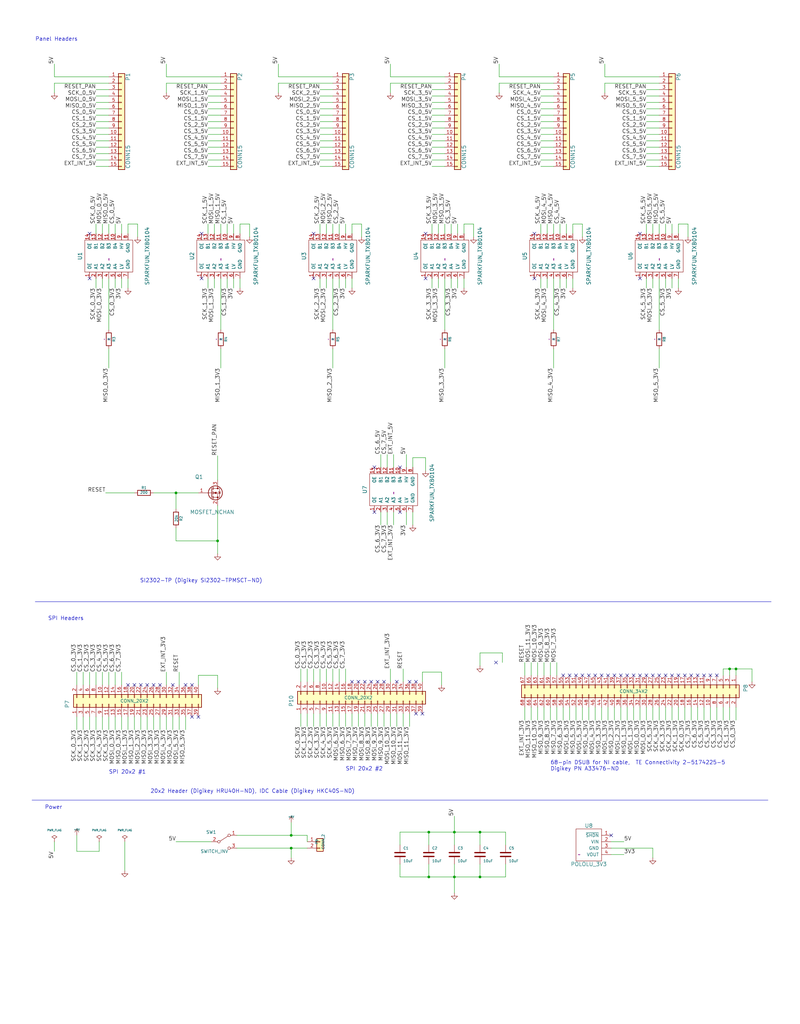
<source format=kicad_sch>
(kicad_sch (version 20230121) (generator eeschema)
  (paper "User" 317.5 406.4)
  (title_block (title "G4 Debug Arena Flat ATMega328") (date "06/11/2015") (rev "v0.3") (company "IORodeo"))
  (junction (at 170.18 330.2))
  (junction (at 86.36 214.63))
  (junction (at 115.57 331.47))
  (junction (at 289.56 265.43))
  (junction (at 115.57 336.55))
  (junction (at 170.18 347.98))
  (junction (at 292.1 265.43))
  (junction (at 190.5 330.2))
  (junction (at 190.5 347.98))
  (junction (at 180.34 347.98))
  (junction (at 180.34 330.2))
  (junction (at 69.85 195.58))
  (no_connect (at 73.66 271.78))
  (no_connect (at 76.2 284.48))
  (no_connect (at 80.01 110.49))
  (no_connect (at 246.38 267.97))
  (no_connect (at 157.48 270.51))
  (no_connect (at 35.56 110.49))
  (no_connect (at 212.09 110.49))
  (no_connect (at 274.32 267.97))
  (no_connect (at 196.85 262.89))
  (no_connect (at 149.86 270.51))
  (no_connect (at 168.91 110.49))
  (no_connect (at 228.6 267.97))
  (no_connect (at 254 110.49))
  (no_connect (at 242.57 331.47))
  (no_connect (at 261.62 267.97))
  (no_connect (at 162.56 270.51))
  (no_connect (at 139.7 270.51))
  (no_connect (at 158.75 203.2))
  (no_connect (at 168.91 92.71))
  (no_connect (at 279.4 267.97))
  (no_connect (at 233.68 267.97))
  (no_connect (at 223.52 267.97))
  (no_connect (at 63.5 271.78))
  (no_connect (at 281.94 267.97))
  (no_connect (at 80.01 92.71))
  (no_connect (at 58.42 271.78))
  (no_connect (at 167.64 283.21))
  (no_connect (at 254 92.71))
  (no_connect (at 148.59 203.2))
  (no_connect (at 78.74 284.48))
  (no_connect (at 238.76 267.97))
  (no_connect (at 236.22 267.97))
  (no_connect (at 50.8 271.78))
  (no_connect (at 148.59 185.42))
  (no_connect (at 124.46 110.49))
  (no_connect (at 251.46 267.97))
  (no_connect (at 55.88 271.78))
  (no_connect (at 264.16 267.97))
  (no_connect (at 243.84 267.97))
  (no_connect (at 271.78 267.97))
  (no_connect (at 53.34 271.78))
  (no_connect (at 269.24 267.97))
  (no_connect (at 147.32 270.51))
  (no_connect (at 276.86 267.97))
  (no_connect (at 35.56 92.71))
  (no_connect (at 241.3 267.97))
  (no_connect (at 76.2 271.78))
  (no_connect (at 284.48 267.97))
  (no_connect (at 68.58 271.78))
  (no_connect (at 144.78 270.51))
  (no_connect (at 124.46 92.71))
  (no_connect (at 165.1 283.21))
  (no_connect (at 152.4 270.51))
  (no_connect (at 248.92 267.97))
  (no_connect (at 254 267.97))
  (no_connect (at 60.96 271.78))
  (no_connect (at 256.54 267.97))
  (no_connect (at 212.09 92.71))
  (no_connect (at 226.06 267.97))
  (no_connect (at 266.7 267.97))
  (no_connect (at 142.24 270.51))
  (no_connect (at 231.14 267.97))
  (no_connect (at 165.1 270.51))
  (no_connect (at 259.08 267.97))
  (no_connect (at 158.75 185.42))
  (wire (pts (xy 66.04 30.48) (xy 87.63 30.48)))
  (wire (pts (xy 222.25 92.71) (xy 222.25 88.9)))
  (wire (pts (xy 49.53 334.01) (xy 49.53 345.44)))
  (wire (pts (xy 38.1 92.71) (xy 38.1 88.9)))
  (wire (pts (xy 273.05 88.9) (xy 273.05 93.98)))
  (wire (pts (xy 43.18 53.34) (xy 38.1 53.34)))
  (wire (pts (xy 40.64 284.48) (xy 40.64 289.56)))
  (wire (pts (xy 127 283.21) (xy 127 288.29)))
  (wire (pts (xy 86.36 267.97) (xy 86.36 273.05)))
  (wire (pts (xy 66.04 271.78) (xy 66.04 266.7)))
  (wire (pts (xy 170.18 347.98) (xy 180.34 347.98)))
  (wire (pts (xy 134.62 270.51) (xy 134.62 265.43)))
  (wire (pts (xy 43.18 63.5) (xy 38.1 63.5)))
  (wire (pts (xy 176.53 55.88) (xy 171.45 55.88)))
  (wire (pts (xy 38.1 271.78) (xy 38.1 266.7)))
  (wire (pts (xy 132.08 48.26) (xy 127 48.26)))
  (wire (pts (xy 231.14 280.67) (xy 231.14 285.75)))
  (wire (pts (xy 219.71 40.64) (xy 214.63 40.64)))
  (wire (pts (xy 121.92 270.51) (xy 121.92 265.43)))
  (wire (pts (xy 43.18 40.64) (xy 38.1 40.64)))
  (wire (pts (xy 227.33 110.49) (xy 227.33 114.3)))
  (wire (pts (xy 271.78 280.67) (xy 271.78 285.75)))
  (wire (pts (xy 266.7 110.49) (xy 266.7 114.3)))
  (wire (pts (xy 87.63 110.49) (xy 87.63 130.81)))
  (wire (pts (xy 121.92 283.21) (xy 121.92 288.29)))
  (wire (pts (xy 156.21 185.42) (xy 156.21 180.34)))
  (wire (pts (xy 127 270.51) (xy 127 265.43)))
  (wire (pts (xy 219.71 110.49) (xy 219.71 130.81)))
  (wire (pts (xy 142.24 283.21) (xy 142.24 288.29)))
  (wire (pts (xy 292.1 280.67) (xy 292.1 285.75)))
  (wire (pts (xy 69.85 195.58) (xy 69.85 201.93)))
  (wire (pts (xy 71.12 271.78) (xy 71.12 266.7)))
  (wire (pts (xy 220.98 267.97) (xy 220.98 262.89)))
  (wire (pts (xy 190.5 330.2) (xy 190.5 335.28)))
  (wire (pts (xy 30.48 284.48) (xy 30.48 289.56)))
  (wire (pts (xy 132.08 50.8) (xy 127 50.8)))
  (wire (pts (xy 129.54 110.49) (xy 129.54 114.3)))
  (wire (pts (xy 139.7 88.9) (xy 143.51 88.9)))
  (wire (pts (xy 43.18 43.18) (xy 38.1 43.18)))
  (wire (pts (xy 95.25 110.49) (xy 95.25 114.3)))
  (wire (pts (xy 176.53 45.72) (xy 171.45 45.72)))
  (wire (pts (xy 176.53 92.71) (xy 176.53 88.9)))
  (wire (pts (xy 86.36 190.5) (xy 86.36 180.848)))
  (wire (pts (xy 55.88 284.48) (xy 55.88 289.56)))
  (wire (pts (xy 269.24 88.9) (xy 269.24 92.71)))
  (wire (pts (xy 219.71 58.42) (xy 214.63 58.42)))
  (wire (pts (xy 33.02 271.78) (xy 33.02 266.7)))
  (wire (pts (xy 153.67 185.42) (xy 153.67 180.34)))
  (wire (pts (xy 208.28 280.67) (xy 208.28 285.75)))
  (wire (pts (xy 176.53 58.42) (xy 171.45 58.42)))
  (wire (pts (xy 199.39 259.08) (xy 199.39 262.89)))
  (wire (pts (xy 210.82 280.67) (xy 210.82 285.75)))
  (wire (pts (xy 154.94 25.4) (xy 154.94 30.48)))
  (wire (pts (xy 151.13 203.2) (xy 151.13 208.28)))
  (wire (pts (xy 87.63 63.5) (xy 82.55 63.5)))
  (wire (pts (xy 85.09 92.71) (xy 85.09 88.9)))
  (wire (pts (xy 158.75 342.9) (xy 158.75 347.98)))
  (wire (pts (xy 176.53 40.64) (xy 171.45 40.64)))
  (wire (pts (xy 115.57 331.47) (xy 121.92 331.47)))
  (wire (pts (xy 217.17 92.71) (xy 217.17 88.9)))
  (wire (pts (xy 261.62 43.18) (xy 256.54 43.18)))
  (wire (pts (xy 261.62 45.72) (xy 256.54 45.72)))
  (wire (pts (xy 119.38 270.51) (xy 119.38 265.43)))
  (wire (pts (xy 134.62 110.49) (xy 134.62 114.3)))
  (wire (pts (xy 176.53 63.5) (xy 171.45 63.5)))
  (wire (pts (xy 259.08 92.71) (xy 259.08 88.9)))
  (wire (pts (xy 132.08 58.42) (xy 127 58.42)))
  (wire (pts (xy 219.71 60.96) (xy 214.63 60.96)))
  (wire (pts (xy 87.63 92.71) (xy 87.63 88.9)))
  (wire (pts (xy 132.08 283.21) (xy 132.08 288.29)))
  (wire (pts (xy 168.91 181.61) (xy 168.91 186.69)))
  (wire (pts (xy 132.08 60.96) (xy 127 60.96)))
  (wire (pts (xy 161.29 203.2) (xy 161.29 208.28)))
  (wire (pts (xy 287.02 267.97) (xy 287.02 265.43)))
  (wire (pts (xy 73.66 284.48) (xy 73.66 289.56)))
  (wire (pts (xy 78.74 267.97) (xy 86.36 267.97)))
  (wire (pts (xy 45.72 110.49) (xy 45.72 114.3)))
  (wire (pts (xy 139.7 88.9) (xy 139.7 92.71)))
  (wire (pts (xy 43.18 38.1) (xy 38.1 38.1)))
  (wire (pts (xy 171.45 92.71) (xy 171.45 88.9)))
  (wire (pts (xy 176.53 50.8) (xy 171.45 50.8)))
  (wire (pts (xy 227.33 88.9) (xy 231.14 88.9)))
  (wire (pts (xy 219.71 92.71) (xy 219.71 88.9)))
  (wire (pts (xy 43.18 48.26) (xy 38.1 48.26)))
  (wire (pts (xy 227.33 88.9) (xy 227.33 92.71)))
  (wire (pts (xy 35.56 284.48) (xy 35.56 289.56)))
  (wire (pts (xy 129.54 270.51) (xy 129.54 265.43)))
  (wire (pts (xy 226.06 280.67) (xy 226.06 285.75)))
  (wire (pts (xy 219.71 50.8) (xy 214.63 50.8)))
  (wire (pts (xy 158.75 330.2) (xy 170.18 330.2)))
  (wire (pts (xy 134.62 92.71) (xy 134.62 88.9)))
  (wire (pts (xy 184.15 110.49) (xy 184.15 114.3)))
  (wire (pts (xy 243.84 280.67) (xy 243.84 285.75)))
  (wire (pts (xy 236.22 280.67) (xy 236.22 285.75)))
  (wire (pts (xy 233.68 280.67) (xy 233.68 285.75)))
  (wire (pts (xy 219.71 53.34) (xy 214.63 53.34)))
  (wire (pts (xy 45.72 92.71) (xy 45.72 88.9)))
  (wire (pts (xy 241.3 280.67) (xy 241.3 285.75)))
  (wire (pts (xy 132.08 63.5) (xy 127 63.5)))
  (wire (pts (xy 219.71 38.1) (xy 214.63 38.1)))
  (wire (pts (xy 261.62 138.43) (xy 261.62 146.05)))
  (wire (pts (xy 156.21 203.2) (xy 156.21 208.28)))
  (wire (pts (xy 66.04 33.02) (xy 66.04 36.83)))
  (wire (pts (xy 151.13 185.42) (xy 151.13 180.34)))
  (wire (pts (xy 251.46 280.67) (xy 251.46 285.75)))
  (wire (pts (xy 292.1 265.43) (xy 292.1 267.97)))
  (wire (pts (xy 266.7 280.67) (xy 266.7 285.75)))
  (wire (pts (xy 92.71 110.49) (xy 92.71 114.3)))
  (wire (pts (xy 198.12 30.48) (xy 219.71 30.48)))
  (wire (pts (xy 132.08 110.49) (xy 132.08 130.81)))
  (wire (pts (xy 86.36 214.63) (xy 86.36 219.71)))
  (wire (pts (xy 132.08 45.72) (xy 127 45.72)))
  (wire (pts (xy 132.08 38.1) (xy 127 38.1)))
  (wire (pts (xy 224.79 110.49) (xy 224.79 114.3)))
  (wire (pts (xy 261.62 38.1) (xy 256.54 38.1)))
  (wire (pts (xy 176.53 60.96) (xy 171.45 60.96)))
  (wire (pts (xy 43.18 110.49) (xy 43.18 130.81)))
  (wire (pts (xy 38.1 110.49) (xy 38.1 114.3)))
  (wire (pts (xy 240.03 33.02) (xy 261.62 33.02)))
  (wire (pts (xy 115.57 331.47) (xy 115.57 326.39)))
  (wire (pts (xy 45.72 271.78) (xy 45.72 266.7)))
  (wire (pts (xy 261.62 48.26) (xy 256.54 48.26)))
  (wire (pts (xy 154.94 33.02) (xy 176.53 33.02)))
  (wire (pts (xy 137.16 110.49) (xy 137.16 114.3)))
  (wire (pts (xy 176.53 66.04) (xy 171.45 66.04)))
  (wire (pts (xy 256.54 92.71) (xy 256.54 88.9)))
  (wire (pts (xy 38.1 284.48) (xy 38.1 289.56)))
  (wire (pts (xy 132.08 55.88) (xy 127 55.88)))
  (wire (pts (xy 95.25 88.9) (xy 99.06 88.9)))
  (wire (pts (xy 110.49 33.02) (xy 110.49 36.83)))
  (wire (pts (xy 43.18 60.96) (xy 38.1 60.96)))
  (wire (pts (xy 261.62 53.34) (xy 256.54 53.34)))
  (wire (pts (xy 85.09 110.49) (xy 85.09 114.3)))
  (wire (pts (xy 200.66 347.98) (xy 200.66 342.9)))
  (wire (pts (xy 63.5 284.48) (xy 63.5 289.56)))
  (wire (pts (xy 40.64 271.78) (xy 40.64 266.7)))
  (wire (pts (xy 115.57 336.55) (xy 121.92 336.55)))
  (wire (pts (xy 274.32 280.67) (xy 274.32 285.75)))
  (wire (pts (xy 139.7 283.21) (xy 139.7 288.29)))
  (wire (pts (xy 222.25 110.49) (xy 222.25 114.3)))
  (wire (pts (xy 259.08 336.55) (xy 259.08 340.36)))
  (wire (pts (xy 187.96 88.9) (xy 187.96 93.98)))
  (wire (pts (xy 53.34 284.48) (xy 53.34 289.56)))
  (wire (pts (xy 66.04 25.4) (xy 66.04 30.48)))
  (wire (pts (xy 175.26 266.7) (xy 175.26 271.78)))
  (wire (pts (xy 68.58 284.48) (xy 68.58 289.56)))
  (wire (pts (xy 284.48 280.67) (xy 284.48 285.75)))
  (wire (pts (xy 33.02 284.48) (xy 33.02 289.56)))
  (wire (pts (xy 35.56 271.78) (xy 35.56 266.7)))
  (wire (pts (xy 154.94 283.21) (xy 154.94 288.29)))
  (wire (pts (xy 115.57 336.55) (xy 115.57 340.36)))
  (wire (pts (xy 21.59 30.48) (xy 43.18 30.48)))
  (wire (pts (xy 180.34 323.85) (xy 180.34 330.2)))
  (polyline (pts (xy 12.7 317.5) (xy 304.8 317.5)))
  (wire (pts (xy 132.08 43.18) (xy 127 43.18)))
  (wire (pts (xy 179.07 110.49) (xy 179.07 114.3)))
  (wire (pts (xy 69.85 334.01) (xy 83.82 334.01)))
  (wire (pts (xy 190.5 347.98) (xy 200.66 347.98)))
  (wire (pts (xy 139.7 110.49) (xy 139.7 114.3)))
  (wire (pts (xy 87.63 35.56) (xy 82.55 35.56)))
  (wire (pts (xy 87.63 43.18) (xy 82.55 43.18)))
  (wire (pts (xy 242.57 336.55) (xy 259.08 336.55)))
  (wire (pts (xy 147.32 283.21) (xy 147.32 288.29)))
  (wire (pts (xy 176.53 35.56) (xy 171.45 35.56)))
  (wire (pts (xy 213.36 267.97) (xy 213.36 262.89)))
  (wire (pts (xy 48.26 284.48) (xy 48.26 289.56)))
  (wire (pts (xy 219.71 48.26) (xy 214.63 48.26)))
  (wire (pts (xy 50.8 88.9) (xy 50.8 92.71)))
  (wire (pts (xy 127 110.49) (xy 127 114.3)))
  (wire (pts (xy 134.62 283.21) (xy 134.62 288.29)))
  (wire (pts (xy 157.48 283.21) (xy 157.48 288.29)))
  (wire (pts (xy 161.29 185.42) (xy 161.29 180.34)))
  (wire (pts (xy 69.85 214.63) (xy 86.36 214.63)))
  (polyline (pts (xy 13.97 238.76) (xy 306.07 238.76)))
  (wire (pts (xy 87.63 55.88) (xy 82.55 55.88)))
  (wire (pts (xy 198.12 33.02) (xy 219.71 33.02)))
  (wire (pts (xy 21.59 33.02) (xy 21.59 36.83)))
  (wire (pts (xy 254 280.67) (xy 254 285.75)))
  (wire (pts (xy 264.16 280.67) (xy 264.16 285.75)))
  (wire (pts (xy 43.18 92.71) (xy 43.18 88.9)))
  (wire (pts (xy 110.49 30.48) (xy 132.08 30.48)))
  (wire (pts (xy 261.62 55.88) (xy 256.54 55.88)))
  (wire (pts (xy 184.15 88.9) (xy 187.96 88.9)))
  (wire (pts (xy 180.34 347.98) (xy 190.5 347.98)))
  (wire (pts (xy 129.54 283.21) (xy 129.54 288.29)))
  (wire (pts (xy 153.67 203.2) (xy 153.67 208.28)))
  (wire (pts (xy 224.79 92.71) (xy 224.79 88.9)))
  (wire (pts (xy 167.64 270.51) (xy 167.64 266.7)))
  (wire (pts (xy 58.42 284.48) (xy 58.42 289.56)))
  (wire (pts (xy 180.34 330.2) (xy 190.5 330.2)))
  (wire (pts (xy 50.8 88.9) (xy 54.61 88.9)))
  (wire (pts (xy 82.55 110.49) (xy 82.55 114.3)))
  (wire (pts (xy 87.63 53.34) (xy 82.55 53.34)))
  (wire (pts (xy 261.62 66.04) (xy 256.54 66.04)))
  (wire (pts (xy 43.18 35.56) (xy 38.1 35.56)))
  (wire (pts (xy 179.07 92.71) (xy 179.07 88.9)))
  (wire (pts (xy 176.53 110.49) (xy 176.53 130.81)))
  (wire (pts (xy 50.8 110.49) (xy 50.8 114.3)))
  (wire (pts (xy 69.85 195.58) (xy 78.74 195.58)))
  (wire (pts (xy 87.63 48.26) (xy 82.55 48.26)))
  (wire (pts (xy 87.63 58.42) (xy 82.55 58.42)))
  (wire (pts (xy 248.92 280.67) (xy 248.92 285.75)))
  (wire (pts (xy 132.08 35.56) (xy 127 35.56)))
  (wire (pts (xy 180.34 342.9) (xy 180.34 347.98)))
  (wire (pts (xy 231.14 88.9) (xy 231.14 93.98)))
  (wire (pts (xy 43.18 66.04) (xy 38.1 66.04)))
  (wire (pts (xy 124.46 270.51) (xy 124.46 265.43)))
  (wire (pts (xy 119.38 283.21) (xy 119.38 288.29)))
  (wire (pts (xy 259.08 110.49) (xy 259.08 114.3)))
  (wire (pts (xy 213.36 280.67) (xy 213.36 285.75)))
  (wire (pts (xy 30.48 271.78) (xy 30.48 266.7)))
  (wire (pts (xy 214.63 110.49) (xy 214.63 114.3)))
  (wire (pts (xy 137.16 270.51) (xy 137.16 265.43)))
  (wire (pts (xy 180.34 347.98) (xy 180.34 354.33)))
  (wire (pts (xy 144.78 283.21) (xy 144.78 288.29)))
  (wire (pts (xy 246.38 280.67) (xy 246.38 285.75)))
  (wire (pts (xy 40.64 92.71) (xy 40.64 88.9)))
  (wire (pts (xy 43.18 271.78) (xy 43.18 266.7)))
  (wire (pts (xy 93.98 331.47) (xy 115.57 331.47)))
  (wire (pts (xy 214.63 92.71) (xy 214.63 88.9)))
  (wire (pts (xy 242.57 339.09) (xy 247.65 339.09)))
  (wire (pts (xy 220.98 280.67) (xy 220.98 285.75)))
  (wire (pts (xy 215.9 280.67) (xy 215.9 285.75)))
  (wire (pts (xy 78.74 271.78) (xy 78.74 267.97)))
  (wire (pts (xy 143.51 88.9) (xy 143.51 93.98)))
  (wire (pts (xy 110.49 33.02) (xy 132.08 33.02)))
  (wire (pts (xy 132.08 66.04) (xy 127 66.04)))
  (wire (pts (xy 87.63 60.96) (xy 82.55 60.96)))
  (wire (pts (xy 132.08 138.43) (xy 132.08 146.05)))
  (wire (pts (xy 190.5 259.08) (xy 199.39 259.08)))
  (wire (pts (xy 54.61 88.9) (xy 54.61 93.98)))
  (wire (pts (xy 219.71 55.88) (xy 214.63 55.88)))
  (wire (pts (xy 110.49 25.4) (xy 110.49 30.48)))
  (wire (pts (xy 264.16 92.71) (xy 264.16 88.9)))
  (wire (pts (xy 176.53 53.34) (xy 171.45 53.34)))
  (wire (pts (xy 87.63 45.72) (xy 82.55 45.72)))
  (wire (pts (xy 158.75 335.28) (xy 158.75 330.2)))
  (wire (pts (xy 289.56 265.43) (xy 289.56 267.97)))
  (wire (pts (xy 43.18 138.43) (xy 43.18 146.05)))
  (wire (pts (xy 259.08 280.67) (xy 259.08 285.75)))
  (wire (pts (xy 176.53 43.18) (xy 171.45 43.18)))
  (wire (pts (xy 198.12 33.02) (xy 198.12 36.83)))
  (wire (pts (xy 181.61 92.71) (xy 181.61 88.9)))
  (wire (pts (xy 43.18 45.72) (xy 38.1 45.72)))
  (wire (pts (xy 90.17 92.71) (xy 90.17 88.9)))
  (wire (pts (xy 264.16 110.49) (xy 264.16 114.3)))
  (wire (pts (xy 261.62 40.64) (xy 256.54 40.64)))
  (wire (pts (xy 190.5 330.2) (xy 200.66 330.2)))
  (wire (pts (xy 208.28 267.97) (xy 208.28 262.89)))
  (wire (pts (xy 86.36 200.66) (xy 86.36 214.63)))
  (wire (pts (xy 60.96 195.58) (xy 69.85 195.58)))
  (wire (pts (xy 48.26 92.71) (xy 48.26 88.9)))
  (wire (pts (xy 219.71 35.56) (xy 214.63 35.56)))
  (wire (pts (xy 39.37 337.82) (xy 30.48 337.82)))
  (wire (pts (xy 154.94 33.02) (xy 154.94 36.83)))
  (wire (pts (xy 43.18 55.88) (xy 38.1 55.88)))
  (wire (pts (xy 163.83 185.42) (xy 163.83 181.61)))
  (wire (pts (xy 154.94 270.51) (xy 154.94 265.43)))
  (wire (pts (xy 160.02 270.51) (xy 160.02 265.43)))
  (wire (pts (xy 184.15 88.9) (xy 184.15 92.71)))
  (wire (pts (xy 261.62 60.96) (xy 256.54 60.96)))
  (wire (pts (xy 132.08 270.51) (xy 132.08 265.43)))
  (wire (pts (xy 87.63 50.8) (xy 82.55 50.8)))
  (wire (pts (xy 240.03 25.4) (xy 240.03 30.48)))
  (wire (pts (xy 176.53 38.1) (xy 171.45 38.1)))
  (wire (pts (xy 154.94 30.48) (xy 176.53 30.48)))
  (wire (pts (xy 219.71 45.72) (xy 214.63 45.72)))
  (wire (pts (xy 261.62 110.49) (xy 261.62 130.81)))
  (wire (pts (xy 292.1 265.43) (xy 298.45 265.43)))
  (wire (pts (xy 170.18 330.2) (xy 180.34 330.2)))
  (wire (pts (xy 219.71 66.04) (xy 214.63 66.04)))
  (wire (pts (xy 39.37 334.01) (xy 39.37 337.82)))
  (wire (pts (xy 43.18 50.8) (xy 38.1 50.8)))
  (wire (pts (xy 173.99 92.71) (xy 173.99 88.9)))
  (wire (pts (xy 289.56 280.67) (xy 289.56 285.75)))
  (wire (pts (xy 269.24 280.67) (xy 269.24 285.75)))
  (wire (pts (xy 219.71 43.18) (xy 214.63 43.18)))
  (wire (pts (xy 269.24 110.49) (xy 269.24 114.3)))
  (wire (pts (xy 132.08 92.71) (xy 132.08 88.9)))
  (wire (pts (xy 163.83 203.2) (xy 163.83 208.28)))
  (wire (pts (xy 217.17 110.49) (xy 217.17 114.3)))
  (wire (pts (xy 149.86 283.21) (xy 149.86 288.29)))
  (wire (pts (xy 92.71 92.71) (xy 92.71 88.9)))
  (wire (pts (xy 215.9 267.97) (xy 215.9 262.89)))
  (wire (pts (xy 132.08 53.34) (xy 127 53.34)))
  (wire (pts (xy 124.46 283.21) (xy 124.46 288.29)))
  (wire (pts (xy 240.03 33.02) (xy 240.03 36.83)))
  (wire (pts (xy 218.44 280.67) (xy 218.44 285.75)))
  (wire (pts (xy 40.64 110.49) (xy 40.64 114.3)))
  (wire (pts (xy 180.34 330.2) (xy 180.34 335.28)))
  (wire (pts (xy 198.12 25.4) (xy 198.12 30.48)))
  (wire (pts (xy 121.92 331.47) (xy 121.92 334.01)))
  (wire (pts (xy 256.54 110.49) (xy 256.54 114.3)))
  (wire (pts (xy 190.5 259.08) (xy 190.5 264.16)))
  (wire (pts (xy 261.62 280.67) (xy 261.62 285.75)))
  (wire (pts (xy 266.7 92.71) (xy 266.7 88.9)))
  (wire (pts (xy 60.96 284.48) (xy 60.96 289.56)))
  (wire (pts (xy 50.8 284.48) (xy 50.8 289.56)))
  (wire (pts (xy 287.02 265.43) (xy 289.56 265.43)))
  (wire (pts (xy 132.08 40.64) (xy 127 40.64)))
  (wire (pts (xy 279.4 280.67) (xy 279.4 285.75)))
  (wire (pts (xy 87.63 138.43) (xy 87.63 146.05)))
  (wire (pts (xy 163.83 181.61) (xy 168.91 181.61)))
  (wire (pts (xy 87.63 38.1) (xy 82.55 38.1)))
  (wire (pts (xy 242.57 334.01) (xy 247.65 334.01)))
  (wire (pts (xy 261.62 63.5) (xy 256.54 63.5)))
  (wire (pts (xy 48.26 110.49) (xy 48.26 114.3)))
  (wire (pts (xy 181.61 110.49) (xy 181.61 114.3)))
  (wire (pts (xy 238.76 280.67) (xy 238.76 285.75)))
  (wire (pts (xy 71.12 284.48) (xy 71.12 289.56)))
  (wire (pts (xy 298.45 265.43) (xy 298.45 270.51)))
  (wire (pts (xy 82.55 92.71) (xy 82.55 88.9)))
  (wire (pts (xy 176.53 48.26) (xy 171.45 48.26)))
  (wire (pts (xy 66.04 33.02) (xy 87.63 33.02)))
  (wire (pts (xy 21.59 25.4) (xy 21.59 30.48)))
  (wire (pts (xy 223.52 280.67) (xy 223.52 285.75)))
  (wire (pts (xy 127 92.71) (xy 127 88.9)))
  (wire (pts (xy 21.59 33.02) (xy 43.18 33.02)))
  (wire (pts (xy 162.56 283.21) (xy 162.56 288.29)))
  (wire (pts (xy 170.18 330.2) (xy 170.18 335.28)))
  (wire (pts (xy 281.94 280.67) (xy 281.94 285.75)))
  (wire (pts (xy 240.03 30.48) (xy 261.62 30.48)))
  (wire (pts (xy 87.63 66.04) (xy 82.55 66.04)))
  (wire (pts (xy 45.72 284.48) (xy 45.72 289.56)))
  (wire (pts (xy 87.63 40.64) (xy 82.55 40.64)))
  (wire (pts (xy 90.17 110.49) (xy 90.17 114.3)))
  (wire (pts (xy 276.86 280.67) (xy 276.86 285.75)))
  (wire (pts (xy 261.62 35.56) (xy 256.54 35.56)))
  (wire (pts (xy 256.54 280.67) (xy 256.54 285.75)))
  (wire (pts (xy 200.66 330.2) (xy 200.66 335.28)))
  (wire (pts (xy 210.82 267.97) (xy 210.82 262.89)))
  (wire (pts (xy 160.02 283.21) (xy 160.02 288.29)))
  (wire (pts (xy 95.25 88.9) (xy 95.25 92.71)))
  (wire (pts (xy 21.59 334.01) (xy 21.59 337.82)))
  (wire (pts (xy 41.91 195.58) (xy 53.34 195.58)))
  (wire (pts (xy 219.71 138.43) (xy 219.71 146.05)))
  (wire (pts (xy 152.4 283.21) (xy 152.4 288.29)))
  (wire (pts (xy 261.62 50.8) (xy 256.54 50.8)))
  (wire (pts (xy 176.53 138.43) (xy 176.53 146.05)))
  (wire (pts (xy 137.16 283.21) (xy 137.16 288.29)))
  (wire (pts (xy 173.99 110.49) (xy 173.99 114.3)))
  (wire (pts (xy 269.24 88.9) (xy 273.05 88.9)))
  (wire (pts (xy 261.62 92.71) (xy 261.62 88.9)))
  (wire (pts (xy 30.48 337.82) (xy 30.48 331.47)))
  (wire (pts (xy 66.04 284.48) (xy 66.04 289.56)))
  (wire (pts (xy 228.6 280.67) (xy 228.6 285.75)))
  (wire (pts (xy 289.56 265.43) (xy 292.1 265.43)))
  (wire (pts (xy 218.44 267.97) (xy 218.44 262.89)))
  (wire (pts (xy 43.18 58.42) (xy 38.1 58.42)))
  (wire (pts (xy 69.85 209.55) (xy 69.85 214.63)))
  (wire (pts (xy 261.62 58.42) (xy 256.54 58.42)))
  (wire (pts (xy 219.71 63.5) (xy 214.63 63.5)))
  (wire (pts (xy 287.02 280.67) (xy 287.02 285.75)))
  (wire (pts (xy 190.5 347.98) (xy 190.5 342.9)))
  (wire (pts (xy 171.45 110.49) (xy 171.45 114.3)))
  (wire (pts (xy 137.16 92.71) (xy 137.16 88.9)))
  (wire (pts (xy 167.64 266.7) (xy 175.26 266.7)))
  (wire (pts (xy 99.06 88.9) (xy 99.06 93.98)))
  (wire (pts (xy 93.98 336.55) (xy 115.57 336.55)))
  (wire (pts (xy 129.54 92.71) (xy 129.54 88.9)))
  (wire (pts (xy 158.75 347.98) (xy 170.18 347.98)))
  (wire (pts (xy 170.18 347.98) (xy 170.18 342.9)))
  (wire (pts (xy 43.18 284.48) (xy 43.18 289.56)))
  (wire (pts (xy 48.26 271.78) (xy 48.26 266.7)))
  (text "20x2 Header (Digikey HRU40H-ND), IDC Cable (Digikey HKC40S-ND)" (at 59.69 314.96 0) (effects (font (size 1.524 1.524)) (justify left bottom)))
  (text "SPI 20x2 #1" (at 43.18 307.34 0) (effects (font (size 1.524 1.524)) (justify left bottom)))
  (text "SI2302-TP (Digikey SI2302-TPMSCT-ND)" (at 104.14 231.394 0) (effects (font (size 1.524 1.524)) (justify right bottom)))
  (text "Power" (at 17.78 321.31 0) (effects (font (size 1.524 1.524)) (justify left bottom)))
  (text "Panel Headers" (at 13.97 16.51 0) (effects (font (size 1.524 1.524)) (justify left bottom)))
  (text "68-pin DSUB for NI cable,  TE Connectivity 2-5174225-5\nDigikey PN A33476-ND" (at 218.44 306.07 0) (effects (font (size 1.524 1.524)) (justify left bottom)))
  (text "SPI Headers" (at 19.05 246.38 0) (effects (font (size 1.524 1.524)) (justify left bottom)))
  (text "SPI 20x2 #2" (at 137.16 306.07 0) (effects (font (size 1.524 1.524)) (justify left bottom)))
  (label "CS_1_3V3" (at 289.56 285.75 270) (effects (font (size 1.524 1.524))))
  (label "EXT_INT_5V" (at 82.55 66.04 180) (effects (font (size 1.524 1.524))))
  (label "MISO_1_3V3" (at 248.92 285.75 270) (effects (font (size 1.524 1.524))))
  (label "CS_1_5V" (at 214.63 48.26 180) (effects (font (size 1.524 1.524))))
  (label "CS_3_5V" (at 171.45 53.34 180) (effects (font (size 1.524 1.524))))
  (label "SCK_2_3V3" (at 127 114.3 270) (effects (font (size 1.524 1.524))))
  (label "MOSI_9_3V3" (at 215.9 262.89 90) (effects (font (size 1.524 1.524))))
  (label "CS_4_3V3" (at 281.94 285.75 270) (effects (font (size 1.524 1.524))))
  (label "MOSI_0_3V3" (at 256.54 285.75 270) (effects (font (size 1.524 1.524))))
  (label "CS_5_5V" (at 171.45 58.42 180) (effects (font (size 1.524 1.524))))
  (label "MISO_11_3V3" (at 162.56 288.29 270) (effects (font (size 1.524 1.524))))
  (label "CS_2_5V" (at 38.1 50.8 180) (effects (font (size 1.524 1.524))))
  (label "MISO_9_3V3" (at 152.4 288.29 270) (effects (font (size 1.524 1.524))))
  (label "SCK_0_5V" (at 38.1 88.9 90) (effects (font (size 1.524 1.524))))
  (label "MOSI_11_3V3" (at 160.02 288.29 270) (effects (font (size 1.524 1.524))))
  (label "MISO_4_5V" (at 219.71 88.9 90) (effects (font (size 1.524 1.524))))
  (label "CS_0_3V3" (at 30.48 266.7 90) (effects (font (size 1.524 1.524))))
  (label "CS_1_5V" (at 256.54 48.26 180) (effects (font (size 1.524 1.524))))
  (label "CS_1_5V" (at 90.17 88.9 90) (effects (font (size 1.524 1.524))))
  (label "3V3" (at 137.16 114.3 270) (effects (font (size 1.524 1.524))))
  (label "MISO_1_3V3" (at 87.63 146.05 270) (effects (font (size 1.524 1.524))))
  (label "5V" (at 154.94 25.4 90) (effects (font (size 1.524 1.524))))
  (label "MISO_1_5V" (at 87.63 88.9 90) (effects (font (size 1.524 1.524))))
  (label "MISO_6_3V3" (at 223.52 285.75 270) (effects (font (size 1.524 1.524))))
  (label "MISO_0_5V" (at 43.18 88.9 90) (effects (font (size 1.524 1.524))))
  (label "MOSI_11_3V3" (at 210.82 262.89 90) (effects (font (size 1.524 1.524))))
  (label "SCK_3_3V3" (at 127 288.29 270) (effects (font (size 1.524 1.524))))
  (label "5V" (at 247.65 334.01 0) (effects (font (size 1.524 1.524))))
  (label "CS_0_5V" (at 171.45 45.72 180) (effects (font (size 1.524 1.524))))
  (label "5V" (at 21.59 337.82 270) (effects (font (size 1.524 1.524))))
  (label "RESET_PAN" (at 127 35.56 180) (effects (font (size 1.524 1.524))))
  (label "CS_6_3V3" (at 276.86 285.75 270) (effects (font (size 1.524 1.524))))
  (label "MOSI_0_5V" (at 40.64 88.9 90) (effects (font (size 1.524 1.524))))
  (label "RESET_PAN" (at 82.55 35.56 180) (effects (font (size 1.524 1.524))))
  (label "RESET_PAN" (at 38.1 35.56 180) (effects (font (size 1.524 1.524))))
  (label "MOSI_8_3V3" (at 144.78 288.29 270) (effects (font (size 1.524 1.524))))
  (label "CS_4_5V" (at 171.45 55.88 180) (effects (font (size 1.524 1.524))))
  (label "MOSI_4_3V3" (at 236.22 285.75 270) (effects (font (size 1.524 1.524))))
  (label "SCK_4_3V3" (at 214.63 114.3 270) (effects (font (size 1.524 1.524))))
  (label "CS_3_5V" (at 179.07 88.9 90) (effects (font (size 1.524 1.524))))
  (label "CS_6_3V3" (at 45.72 266.7 90) (effects (font (size 1.524 1.524))))
  (label "MISO_3_3V3" (at 176.53 146.05 270) (effects (font (size 1.524 1.524))))
  (label "SCK_5_3V3" (at 43.18 289.56 270) (effects (font (size 1.524 1.524))))
  (label "MISO_4_3V3" (at 233.68 285.75 270) (effects (font (size 1.524 1.524))))
  (label "CS_7_5V" (at 214.63 63.5 180) (effects (font (size 1.524 1.524))))
  (label "CS_1_3V3" (at 90.17 114.3 270) (effects (font (size 1.524 1.524))))
  (label "CS_1_5V" (at 38.1 48.26 180) (effects (font (size 1.524 1.524))))
  (label "MOSI_2_3V3" (at 129.54 114.3 270) (effects (font (size 1.524 1.524))))
  (label "MOSI_6_3V3" (at 226.06 285.75 270) (effects (font (size 1.524 1.524))))
  (label "MOSI_4_5V" (at 217.17 88.9 90) (effects (font (size 1.524 1.524))))
  (label "MISO_11_3V3" (at 210.82 285.75 270) (effects (font (size 1.524 1.524))))
  (label "SCK_1_3V3" (at 33.02 289.56 270) (effects (font (size 1.524 1.524))))
  (label "CS_6_5V" (at 151.13 180.34 90) (effects (font (size 1.524 1.524))))
  (label "MOSI_1_3V3" (at 251.46 285.75 270) (effects (font (size 1.524 1.524))))
  (label "CS_6_5V" (at 214.63 60.96 180) (effects (font (size 1.524 1.524))))
  (label "SCK_0_3V3" (at 119.38 288.29 270) (effects (font (size 1.524 1.524))))
  (label "MOSI_4_5V" (at 214.63 40.64 180) (effects (font (size 1.524 1.524))))
  (label "SCK_1_3V3" (at 269.24 285.75 270) (effects (font (size 1.524 1.524))))
  (label "MOSI_2_5V" (at 127 40.64 180) (effects (font (size 1.524 1.524))))
  (label "CS_4_5V" (at 82.55 55.88 180) (effects (font (size 1.524 1.524))))
  (label "CS_3_5V" (at 82.55 53.34 180) (effects (font (size 1.524 1.524))))
  (label "EXT_INT_3V3" (at 208.28 285.75 270) (effects (font (size 1.524 1.524))))
  (label "CS_5_5V" (at 214.63 58.42 180) (effects (font (size 1.524 1.524))))
  (label "CS_2_5V" (at 256.54 50.8 180) (effects (font (size 1.524 1.524))))
  (label "CS_7_5V" (at 171.45 63.5 180) (effects (font (size 1.524 1.524))))
  (label "MISO_2_5V" (at 127 43.18 180) (effects (font (size 1.524 1.524))))
  (label "MISO_7_3V3" (at 220.98 285.75 270) (effects (font (size 1.524 1.524))))
  (label "EXT_INT_5V" (at 256.54 66.04 180) (effects (font (size 1.524 1.524))))
  (label "5V" (at 266.7 88.9 90) (effects (font (size 1.524 1.524))))
  (label "MOSI_5_3V3" (at 71.12 289.56 270) (effects (font (size 1.524 1.524))))
  (label "CS_1_5V" (at 82.55 48.26 180) (effects (font (size 1.524 1.524))))
  (label "MOSI_7_3V3" (at 139.7 288.29 270) (effects (font (size 1.524 1.524))))
  (label "SCK_2_3V3" (at 35.56 289.56 270) (effects (font (size 1.524 1.524))))
  (label "CS_5_3V3" (at 132.08 265.43 90) (effects (font (size 1.524 1.524))))
  (label "CS_6_5V" (at 127 60.96 180) (effects (font (size 1.524 1.524))))
  (label "MOSI_7_3V3" (at 220.98 262.89 90) (effects (font (size 1.524 1.524))))
  (label "MISO_5_3V3" (at 228.6 285.75 270) (effects (font (size 1.524 1.524))))
  (label "EXT_INT_5V" (at 38.1 66.04 180) (effects (font (size 1.524 1.524))))
  (label "CS_0_5V" (at 45.72 88.9 90) (effects (font (size 1.524 1.524))))
  (label "MOSI_0_3V3" (at 45.72 289.56 270) (effects (font (size 1.524 1.524))))
  (label "MISO_6_3V3" (at 137.16 288.29 270) (effects (font (size 1.524 1.524))))
  (label "CS_3_5V" (at 256.54 53.34 180) (effects (font (size 1.524 1.524))))
  (label "MISO_2_3V3" (at 132.08 146.05 270) (effects (font (size 1.524 1.524))))
  (label "CS_0_3V3" (at 292.1 285.75 270) (effects (font (size 1.524 1.524))))
  (label "5V" (at 92.71 88.9 90) (effects (font (size 1.524 1.524))))
  (label "CS_3_3V3" (at 38.1 266.7 90) (effects (font (size 1.524 1.524))))
  (label "MOSI_2_3V3" (at 55.88 289.56 270) (effects (font (size 1.524 1.524))))
  (label "5V" (at 224.79 88.9 90) (effects (font (size 1.524 1.524))))
  (label "CS_0_5V" (at 214.63 45.72 180) (effects (font (size 1.524 1.524))))
  (label "CS_3_3V3" (at 127 265.43 90) (effects (font (size 1.524 1.524))))
  (label "CS_7_3V3" (at 48.26 266.7 90) (effects (font (size 1.524 1.524))))
  (label "SCK_3_3V3" (at 264.16 285.75 270) (effects (font (size 1.524 1.524))))
  (label "CS_7_3V3" (at 137.16 265.43 90) (effects (font (size 1.524 1.524))))
  (label "5V" (at 21.59 25.4 90) (effects (font (size 1.524 1.524))))
  (label "MOSI_4_3V3" (at 217.17 114.3 270) (effects (font (size 1.524 1.524))))
  (label "CS_5_5V" (at 264.16 88.9 90) (effects (font (size 1.524 1.524))))
  (label "CS_7_3V3" (at 153.67 208.28 270) (effects (font (size 1.524 1.524))))
  (label "MOSI_6_3V3" (at 134.62 288.29 270) (effects (font (size 1.524 1.524))))
  (label "5V" (at 240.03 25.4 90) (effects (font (size 1.524 1.524))))
  (label "MISO_3_3V3" (at 238.76 285.75 270) (effects (font (size 1.524 1.524))))
  (label "5V" (at 181.61 88.9 90) (effects (font (size 1.524 1.524))))
  (label "MOSI_5_3V3" (at 231.14 285.75 270) (effects (font (size 1.524 1.524))))
  (label "3V3" (at 181.61 114.3 270) (effects (font (size 1.524 1.524))))
  (label "3V3" (at 247.65 339.09 0) (effects (font (size 1.524 1.524))))
  (label "MOSI_1_5V" (at 85.09 88.9 90) (effects (font (size 1.524 1.524))))
  (label "SCK_5_5V" (at 256.54 38.1 180) (effects (font (size 1.524 1.524))))
  (label "MISO_7_3V3" (at 142.24 288.29 270) (effects (font (size 1.524 1.524))))
  (label "RESET_PAN" (at 256.54 35.56 180) (effects (font (size 1.524 1.524))))
  (label "5V" (at 137.16 88.9 90) (effects (font (size 1.524 1.524))))
  (label "RESET_PAN" (at 214.63 35.56 180) (effects (font (size 1.524 1.524))))
  (label "CS_5_5V" (at 38.1 58.42 180) (effects (font (size 1.524 1.524))))
  (label "MOSI_5_3V3" (at 259.08 114.3 270) (effects (font (size 1.524 1.524))))
  (label "CS_2_5V" (at 127 50.8 180) (effects (font (size 1.524 1.524))))
  (label "MOSI_0_5V" (at 38.1 40.64 180) (effects (font (size 1.524 1.524))))
  (label "CS_0_5V" (at 82.55 45.72 180) (effects (font (size 1.524 1.524))))
  (label "CS_7_5V" (at 256.54 63.5 180) (effects (font (size 1.524 1.524))))
  (label "MISO_9_3V3" (at 215.9 285.75 270) (effects (font (size 1.524 1.524))))
  (label "MISO_3_3V3" (at 63.5 289.56 270) (effects (font (size 1.524 1.524))))
  (label "SCK_4_3V3" (at 40.64 289.56 270) (effects (font (size 1.524 1.524))))
  (label "CS_3_3V3" (at 179.07 114.3 270) (effects (font (size 1.524 1.524))))
  (label "SCK_4_5V" (at 214.63 88.9 90) (effects (font (size 1.524 1.524))))
  (label "CS_4_5V" (at 222.25 88.9 90) (effects (font (size 1.524 1.524))))
  (label "CS_3_5V" (at 127 53.34 180) (effects (font (size 1.524 1.524))))
  (label "CS_5_5V" (at 127 58.42 180) (effects (font (size 1.524 1.524))))
  (label "MISO_5_5V" (at 256.54 43.18 180) (effects (font (size 1.524 1.524))))
  (label "MISO_3_5V" (at 171.45 43.18 180) (effects (font (size 1.524 1.524))))
  (label "MISO_10_3V3" (at 157.48 288.29 270) (effects (font (size 1.524 1.524))))
  (label "CS_4_5V" (at 38.1 55.88 180) (effects (font (size 1.524 1.524))))
  (label "MISO_0_3V3" (at 254 285.75 270) (effects (font (size 1.524 1.524))))
  (label "5V" (at 48.26 88.9 90) (effects (font (size 1.524 1.524))))
  (label "MOSI_1_3V3" (at 85.09 114.3 270) (effects (font (size 1.524 1.524))))
  (label "SCK_2_5V" (at 127 38.1 180) (effects (font (size 1.524 1.524))))
  (label "SCK_5_3V3" (at 259.08 285.75 270) (effects (font (size 1.524 1.524))))
  (label "EXT_INT_5V" (at 156.21 180.34 90) (effects (font (size 1.524 1.524))))
  (label "SCK_1_3V3" (at 121.92 288.29 270) (effects (font (size 1.524 1.524))))
  (label "MISO_3_5V" (at 176.53 88.9 90) (effects (font (size 1.524 1.524))))
  (label "CS_7_5V" (at 127 63.5 180) (effects (font (size 1.524 1.524))))
  (label "CS_0_3V3" (at 45.72 114.3 270) (effects (font (size 1.524 1.524))))
  (label "MOSI_3_3V3" (at 60.96 289.56 270) (effects (font (size 1.524 1.524))))
  (label "CS_6_5V" (at 256.54 60.96 180) (effects (font (size 1.524 1.524))))
  (label "EXT_INT_5V" (at 171.45 66.04 180) (effects (font (size 1.524 1.524))))
  (label "SCK_3_5V" (at 171.45 38.1 180) (effects (font (size 1.524 1.524))))
  (label "CS_3_5V" (at 38.1 53.34 180) (effects (font (size 1.524 1.524))))
  (label "MISO_0_5V" (at 38.1 43.18 180) (effects (font (size 1.524 1.524))))
  (label "RESET_PAN" (at 86.36 180.848 90) (effects (font (size 1.524 1.524))))
  (label "CS_1_5V" (at 127 48.26 180) (effects (font (size 1.524 1.524))))
  (label "MISO_4_3V3" (at 219.71 146.05 270) (effects (font (size 1.524 1.524))))
  (label "MOSI_2_3V3" (at 246.38 285.75 270) (effects (font (size 1.524 1.524))))
  (label "EXT_INT_5V" (at 214.63 66.04 180) (effects (font (size 1.524 1.524))))
  (label "MOSI_10_3V3" (at 154.94 288.29 270) (effects (font (size 1.524 1.524))))
  (label "MOSI_5_5V" (at 259.08 88.9 90) (effects (font (size 1.524 1.524))))
  (label "3V3" (at 266.7 114.3 270) (effects (font (size 1.524 1.524))))
  (label "CS_7_5V" (at 153.67 180.34 90) (effects (font (size 1.524 1.524))))
  (label "SCK_2_3V3" (at 266.7 285.75 270) (effects (font (size 1.524 1.524))))
  (label "MOSI_2_5V" (at 129.54 88.9 90) (effects (font (size 1.524 1.524))))
  (label "MISO_4_5V" (at 214.63 43.18 180) (effects (font (size 1.524 1.524))))
  (label "RESET" (at 208.28 262.89 90) (effects (font (size 1.524 1.524))))
  (label "MISO_1_3V3" (at 53.34 289.56 270) (effects (font (size 1.524 1.524))))
  (label "MOSI_3_5V" (at 173.99 88.9 90) (effects (font (size 1.524 1.524))))
  (label "MOSI_10_3V3" (at 213.36 262.89 90) (effects (font (size 1.524 1.524))))
  (label "5V" (at 66.04 25.4 90) (effects (font (size 1.524 1.524))))
  (label "MISO_2_3V3" (at 58.42 289.56 270) (effects (font (size 1.524 1.524))))
  (label "EXT_INT_3V3" (at 66.04 266.7 90) (effects (font (size 1.524 1.524))))
  (label "CS_4_5V" (at 214.63 55.88 180) (effects (font (size 1.524 1.524))))
  (label "CS_5_5V" (at 82.55 58.42 180) (effects (font (size 1.524 1.524))))
  (label "3V3" (at 92.71 114.3 270) (effects (font (size 1.524 1.524))))
  (label "CS_2_5V" (at 134.62 88.9 90) (effects (font (size 1.524 1.524))))
  (label "MOSI_1_5V" (at 82.55 40.64 180) (effects (font (size 1.524 1.524))))
  (label "MOSI_9_3V3" (at 149.86 288.29 270) (effects (font (size 1.524 1.524))))
  (label "EXT_INT_5V" (at 127 66.04 180) (effects (font (size 1.524 1.524))))
  (label "SCK_4_5V" (at 214.63 38.1 180) (effects (font (size 1.524 1.524))))
  (label "MISO_5_5V" (at 261.62 88.9 90) (effects (font (size 1.524 1.524))))
  (label "SCK_1_3V3" (at 82.55 114.3 270) (effects (font (size 1.524 1.524))))
  (label "CS_4_5V" (at 256.54 55.88 180) (effects (font (size 1.524 1.524))))
  (label "MISO_0_3V3" (at 43.18 146.05 270) (effects (font (size 1.524 1.524))))
  (label "CS_2_3V3" (at 124.46 265.43 90) (effects (font (size 1.524 1.524))))
  (label "CS_6_5V" (at 82.55 60.96 180) (effects (font (size 1.524 1.524))))
  (label "SCK_5_5V" (at 256.54 88.9 90) (effects (font (size 1.524 1.524))))
  (label "3V3" (at 161.29 208.28 270) (effects (font (size 1.524 1.524))))
  (label "CS_3_5V" (at 214.63 53.34 180) (effects (font (size 1.524 1.524))))
  (label "5V" (at 161.29 180.34 90) (effects (font (size 1.524 1.524))))
  (label "CS_7_3V3" (at 274.32 285.75 270) (effects (font (size 1.524 1.524))))
  (label "SCK_5_3V3" (at 132.08 288.29 270) (effects (font (size 1.524 1.524))))
  (label "MISO_1_5V" (at 82.55 43.18 180) (effects (font (size 1.524 1.524))))
  (label "CS_2_5V" (at 171.45 50.8 180) (effects (font (size 1.524 1.524))))
  (label "CS_4_3V3" (at 129.54 265.43 90) (effects (font (size 1.524 1.524))))
  (label "SCK_3_5V" (at 171.45 88.9 90) (effects (font (size 1.524 1.524))))
  (label "RESET_PAN" (at 171.45 35.56 180) (effects (font (size 1.524 1.524))))
  (label "MOSI_0_3V3" (at 40.64 114.3 270) (effects (font (size 1.524 1.524))))
  (label "SCK_2_3V3" (at 124.46 288.29 270) (effects (font (size 1.524 1.524))))
  (label "SCK_4_3V3" (at 129.54 288.29 270) (effects (font (size 1.524 1.524))))
  (label "SCK_1_5V" (at 82.55 38.1 180) (effects (font (size 1.524 1.524))))
  (label "CS_0_5V" (at 127 45.72 180) (effects (font (size 1.524 1.524))))
  (label "CS_6_5V" (at 38.1 60.96 180) (effects (font (size 1.524 1.524))))
  (label "MOSI_4_3V3" (at 66.04 289.56 270) (effects (font (size 1.524 1.524))))
  (label "MISO_0_3V3" (at 48.26 289.56 270) (effects (font (size 1.524 1.524))))
  (label "SCK_2_5V" (at 127 88.9 90) (effects (font (size 1.524 1.524))))
  (label "CS_5_3V3" (at 279.4 285.75 270) (effects (font (size 1.524 1.524))))
  (label "5V" (at 69.85 334.01 180) (effects (font (size 1.524 1.524))))
  (label "SCK_3_3V3" (at 38.1 289.56 270) (effects (font (size 1.524 1.524))))
  (label "SCK_5_3V3" (at 256.54 114.3 270) (effects (font (size 1.524 1.524))))
  (label "MISO_5_3V3" (at 73.66 289.56 270) (effects (font (size 1.524 1.524))))
  (label "MOSI_1_3V3" (at 50.8 289.56 270) (effects (font (size 1.524 1.524))))
  (label "CS_7_5V" (at 82.55 63.5 180) (effects (font (size 1.524 1.524))))
  (label "MOSI_3_3V3" (at 241.3 285.75 270) (effects (font (size 1.524 1.524))))
  (label "MOSI_3_5V" (at 171.45 40.64 180) (effects (font (size 1.524 1.524))))
  (label "CS_6_3V3" (at 134.62 265.43 90) (effects (font (size 1.524 1.524))))
  (label "MISO_8_3V3" (at 147.32 288.29 270) (effects (font (size 1.524 1.524))))
  (label "EXT_INT_3V3" (at 154.94 265.43 90) (effects (font (size 1.524 1.524))))
  (label "MISO_10_3V3" (at 213.36 285.75 270) (effects (font (size 1.524 1.524))))
  (label "SCK_0_3V3" (at 271.78 285.75 270) (effects (font (size 1.524 1.524))))
  (label "MISO_2_3V3" (at 243.84 285.75 270) (effects (font (size 1.524 1.524))))
  (label "5V" (at 180.34 323.85 90) (effects (font (size 1.524 1.524))))
  (label "SCK_0_3V3" (at 30.48 289.56 270) (effects (font (size 1.524 1.524))))
  (label "CS_2_5V" (at 214.63 50.8 180) (effects (font (size 1.524 1.524))))
  (label "RESET" (at 160.02 265.43 90) (effects (font (size 1.524 1.524))))
  (label "CS_1_5V" (at 171.45 48.26 180) (effects (font (size 1.524 1.524))))
  (label "5V" (at 198.12 25.4 90) (effects (font (size 1.524 1.524))))
  (label "CS_0_5V" (at 38.1 45.72 180) (effects (font (size 1.524 1.524))))
  (label "MOSI_5_5V" (at 256.54 40.64 180) (effects (font (size 1.524 1.524))))
  (label "MOSI_3_3V3" (at 173.99 114.3 270) (effects (font (size 1.524 1.524))))
  (label "SCK_4_3V3" (at 261.62 285.75 270) (effects (font (size 1.524 1.524))))
  (label "SCK_0_5V" (at 38.1 38.1 180) (effects (font (size 1.524 1.524))))
  (label "CS_4_5V" (at 127 55.88 180) (effects (font (size 1.524 1.524))))
  (label "CS_2_3V3" (at 35.56 266.7 90) (effects (font (size 1.524 1.524))))
  (label "CS_1_3V3" (at 121.92 265.43 90) (effects (font (size 1.524 1.524))))
  (label "CS_2_5V" (at 82.55 50.8 180) (effects (font (size 1.524 1.524))))
  (label "MISO_4_3V3" (at 68.58 289.56 270) (effects (font (size 1.524 1.524))))
  (label "CS_3_3V3" (at 284.48 285.75 270) (effects (font (size 1.524 1.524))))
  (label "CS_7_5V" (at 38.1 63.5 180) (effects (font (size 1.524 1.524))))
  (label "CS_4_3V3" (at 40.64 266.7 90) (effects (font (size 1.524 1.524))))
  (label "CS_4_3V3" (at 222.25 114.3 270) (effects (font (size 1.524 1.524))))
  (label "CS_5_5V" (at 256.54 58.42 180) (effects (font (size 1.524 1.524))))
  (label "3V3" (at 48.26 114.3 270) (effects (font (size 1.524 1.524))))
  (label "SCK_3_3V3" (at 171.45 114.3 270) (effects (font (size 1.524 1.524))))
  (label "MISO_5_3V3" (at 261.62 146.05 270) (effects (font (size 1.524 1.524))))
  (label "EXT_INT_3V3" (at 156.21 208.28 270) (effects (font (size 1.524 1.524))))
  (label "CS_6_3V3" (at 151.13 208.28 270) (effects (font (size 1.524 1.524))))
  (label "RESET" (at 71.12 266.7 90) (effects (font (size 1.524 1.524))))
  (label "CS_6_5V" (at 171.45 60.96 180) (effects (font (size 1.524 1.524))))
  (label "CS_2_3V3" (at 287.02 285.75 270) (effects (font (size 1.524 1.524))))
  (label "CS_2_3V3" (at 134.62 114.3 270) (effects (font (size 1.524 1.524))))
  (label "CS_5_3V3" (at 43.18 266.7 90) (effects (font (size 1.524 1.524))))
  (label "MISO_8_3V3" (at 218.44 285.75 270) (effects (font (size 1.524 1.524))))
  (label "5V" (at 110.49 25.4 90) (effects (font (size 1.524 1.524))))
  (label "MISO_2_5V" (at 132.08 88.9 90) (effects (font (size 1.524 1.524))))
  (label "3V3" (at 224.79 114.3 270) (effects (font (size 1.524 1.524))))
  (label "SCK_1_5V" (at 82.55 88.9 90) (effects (font (size 1.524 1.524))))
  (label "MOSI_8_3V3" (at 218.44 262.89 90) (effects (font (size 1.524 1.524))))
  (label "CS_5_3V3" (at 264.16 114.3 270) (effects (font (size 1.524 1.524))))
  (label "SCK_0_3V3" (at 38.1 114.3 270) (effects (font (size 1.524 1.524))))
  (label "CS_1_3V3" (at 33.02 266.7 90) (effects (font (size 1.524 1.524))))
  (label "RESET" (at 41.91 195.58 180) (effects (font (size 1.524 1.524))))
  (label "CS_0_3V3" (at 119.38 265.43 90) (effects (font (size 1.524 1.524))))
  (label "CS_0_5V" (at 256.54 45.72 180) (effects (font (size 1.524 1.524))))
  (symbol (lib_id "Connector_Generic:Conn_01x15") (at 48.26 48.26 0) (unit 1)
    (property "Reference" "P1" (at 50.8 30.48 90) (effects (font (size 1.524 1.524))))
    (property "Value" "CONN15" (at 50.8 62.23 90) (effects (font (size 1.524 1.524))))
  )
  (symbol (lib_id "Connector_Generic:Conn_01x02") (at 127 334.01 0) (unit 1)
    (property "Reference" "P9" (at 125.73 334.01 90) (effects (font (size 1.016 1.016))))
    (property "Value" "CONN_2" (at 128.27 334.01 90) (effects (font (size 1.016 1.016))))
  )
  (symbol (lib_id "power:+5V") (at 115.57 326.39 0) (unit 1)
    (property "Reference" "#PWR01" (effects hide))
    (property "Value" "+5V" (at 115.57 324.104 0) (effects (font (size 0.762 0.762))))
  )
  (symbol (lib_id "power:GND") (at 115.57 340.36 0) (unit 1)
    (property "Reference" "#PWR02" (effects hide))
    (property "Value" "GND" (effects hide))
  )
  (symbol (lib_id "power:PWR_FLAG") (at 39.37 334.01 0) (unit 1)
    (property "Reference" "#FLG03" (effects hide))
    (property "Value" "PWR_FLAG" (at 39.37 329.438 0) (effects (font (size 0.762 0.762))))
  )
  (symbol (lib_id "power:PWR_FLAG") (at 49.53 334.01 0) (unit 1)
    (property "Reference" "#FLG04" (effects hide))
    (property "Value" "PWR_FLAG" (at 49.53 329.438 0) (effects (font (size 0.762 0.762))))
  )
  (symbol (lib_id "power:GND") (at 49.53 345.44 0) (unit 1)
    (property "Reference" "#PWR05" (effects hide))
    (property "Value" "GND" (effects hide))
  )
  (symbol (lib_id "power:+5V") (at 30.48 331.47 0) (unit 1)
    (property "Reference" "#PWR06" (effects hide))
    (property "Value" "+5V" (at 30.48 329.184 0) (effects (font (size 0.762 0.762))))
  )
  (symbol (lib_id "power:GND") (at 21.59 36.83 0) (unit 1)
    (property "Reference" "#PWR07" (effects hide))
    (property "Value" "GND" (effects hide))
  )
  (symbol (lib_id "Connector_Generic:Conn_01x15") (at 92.71 48.26 0) (unit 1)
    (property "Reference" "P2" (at 95.25 30.48 90) (effects (font (size 1.524 1.524))))
    (property "Value" "CONN15" (at 95.25 62.23 90) (effects (font (size 1.524 1.524))))
  )
  (symbol (lib_id "power:GND") (at 66.04 36.83 0) (unit 1)
    (property "Reference" "#PWR08" (effects hide))
    (property "Value" "GND" (effects hide))
  )
  (symbol (lib_id "Connector_Generic:Conn_01x15") (at 137.16 48.26 0) (unit 1)
    (property "Reference" "P3" (at 139.7 30.48 90) (effects (font (size 1.524 1.524))))
    (property "Value" "CONN15" (at 139.7 62.23 90) (effects (font (size 1.524 1.524))))
  )
  (symbol (lib_id "power:GND") (at 110.49 36.83 0) (unit 1)
    (property "Reference" "#PWR09" (effects hide))
    (property "Value" "GND" (effects hide))
  )
  (symbol (lib_id "Connector_Generic:Conn_01x15") (at 181.61 48.26 0) (unit 1)
    (property "Reference" "P4" (at 184.15 30.48 90) (effects (font (size 1.524 1.524))))
    (property "Value" "CONN15" (at 184.15 62.23 90) (effects (font (size 1.524 1.524))))
  )
  (symbol (lib_id "power:GND") (at 154.94 36.83 0) (unit 1)
    (property "Reference" "#PWR010" (effects hide))
    (property "Value" "GND" (effects hide))
  )
  (symbol (lib_id "Connector_Generic:Conn_01x15") (at 224.79 48.26 0) (unit 1)
    (property "Reference" "P5" (at 227.33 30.48 90) (effects (font (size 1.524 1.524))))
    (property "Value" "CONN15" (at 227.33 62.23 90) (effects (font (size 1.524 1.524))))
  )
  (symbol (lib_id "power:GND") (at 198.12 36.83 0) (unit 1)
    (property "Reference" "#PWR011" (effects hide))
    (property "Value" "GND" (effects hide))
  )
  (symbol (lib_id "Connector_Generic:Conn_01x15") (at 266.7 48.26 0) (unit 1)
    (property "Reference" "P6" (at 269.24 30.48 90) (effects (font (size 1.524 1.524))))
    (property "Value" "CONN15" (at 269.24 62.23 90) (effects (font (size 1.524 1.524))))
  )
  (symbol (lib_id "power:GND") (at 240.03 36.83 0) (unit 1)
    (property "Reference" "#PWR012" (effects hide))
    (property "Value" "GND" (effects hide))
  )
  (symbol (lib_id "Connector_Generic:Conn_02x20_Odd_Even") (at 53.34 279.4 90) (unit 1)
    (property "Reference" "P7" (at 26.67 279.4 0) (effects (font (size 1.524 1.524))))
    (property "Value" "CONN_20X2" (at 53.34 278.13 90))
  )
  (symbol (lib_id "power:GND") (at 86.36 273.05 0) (unit 1)
    (property "Reference" "#PWR013" (effects hide))
    (property "Value" "GND" (effects hide))
  )
  (symbol (lib_id "Device:C") (at 158.75 339.09 0) (unit 1)
    (property "Reference" "C1" (at 160.02 336.55 0) (effects (font (size 1.016 1.016)) (justify left)))
    (property "Value" "10uF" (at 160.02 341.63 0) (effects (font (size 1.016 1.016)) (justify left)))
  )
  (symbol (lib_id "Device:C") (at 170.18 339.09 0) (unit 1)
    (property "Reference" "C2" (at 171.45 336.55 0) (effects (font (size 1.016 1.016)) (justify left)))
    (property "Value" "10uF" (at 171.45 341.63 0) (effects (font (size 1.016 1.016)) (justify left)))
  )
  (symbol (lib_id "Device:C") (at 180.34 339.09 0) (unit 1)
    (property "Reference" "C3" (at 181.61 336.55 0) (effects (font (size 1.016 1.016)) (justify left)))
    (property "Value" "10uF" (at 181.61 341.63 0) (effects (font (size 1.016 1.016)) (justify left)))
  )
  (symbol (lib_id "Device:C") (at 190.5 339.09 0) (unit 1)
    (property "Reference" "C4" (at 191.77 336.55 0) (effects (font (size 1.016 1.016)) (justify left)))
    (property "Value" "10uF" (at 191.77 341.63 0) (effects (font (size 1.016 1.016)) (justify left)))
  )
  (symbol (lib_id "Device:C") (at 200.66 339.09 0) (unit 1)
    (property "Reference" "C5" (at 201.93 336.55 0) (effects (font (size 1.016 1.016)) (justify left)))
    (property "Value" "10uF" (at 201.93 341.63 0) (effects (font (size 1.016 1.016)) (justify left)))
  )
  (symbol (lib_id "power:GND") (at 180.34 354.33 0) (unit 1)
    (property "Reference" "#PWR014" (effects hide))
    (property "Value" "GND" (effects hide))
  )
  (symbol (lib_id "Connector_Generic:Conn_02x34_Odd_Even") (at 251.46 273.05 270) (unit 1)
    (property "Reference" "P8" (at 295.91 273.05 0) (effects (font (size 1.524 1.524))))
    (property "Value" "CONN_34X2" (at 251.46 274.32 90))
  )
  (symbol (lib_id "power:GND") (at 298.45 270.51 0) (unit 1)
    (property "Reference" "#PWR015" (effects hide))
    (property "Value" "GND" (effects hide))
  )
  (symbol (lib_id "Switch:SW_SPDT") (at 88.9 334.01 0) (unit 1)
    (property "Reference" "SW1" (at 83.82 330.2 0))
    (property "Value" "SWITCH_INV" (at 85.09 337.82 0))
  )
  (symbol (lib_id "Connector_Generic:Conn_02x20_Odd_Even") (at 142.24 278.13 90) (unit 1)
    (property "Reference" "P10" (at 115.57 278.13 0) (effects (font (size 1.524 1.524))))
    (property "Value" "CONN_20X2" (at 142.24 276.86 90))
  )
  (symbol (lib_id "power:GND") (at 175.26 271.78 0) (unit 1)
    (property "Reference" "#PWR016" (effects hide))
    (property "Value" "GND" (effects hide))
  )
  (symbol (lib_id "Device:R") (at 57.15 195.58 90) (unit 1)
    (property "Reference" "R1" (at 57.15 193.548 90) (effects (font (size 1.016 1.016))))
    (property "Value" "200" (at 57.1246 195.4022 90) (effects (font (size 1.016 1.016))))
  )
  (symbol (lib_id "Device:R") (at 69.85 205.74 0) (unit 1)
    (property "Reference" "R2" (at 71.882 205.74 90) (effects (font (size 1.016 1.016))))
    (property "Value" "20k" (at 70.0278 205.7146 90) (effects (font (size 1.016 1.016))))
  )
  (symbol (lib_id "power:GND") (at 86.36 219.71 0) (unit 1)
    (property "Reference" "#PWR017" (effects hide))
    (property "Value" "GND" (effects hide))
  )
  (symbol (lib_id "Transistor_FET:2N7002") (at 83.82 195.58 0) (unit 1)
    (property "Reference" "Q1" (at 78.994 189.23 0) (effects (font (size 1.524 1.524))))
    (property "Value" "MOSFET_NCHAN" (at 84.201 203.2 0) (effects (font (size 1.524 1.524))))
    (property "Footprint" "Package_TO_SOT_SMD:SOT-23" (effects hide))
    (property "Datasheet" "https://www.onsemi.com/pub/Collateral/NDS7002A-D.PDF" (effects hide))
  )
  (symbol (lib_id "power:GND") (at 190.5 264.16 0) (unit 1)
    (property "Reference" "#PWR018" (effects hide))
    (property "Value" "GND" (effects hide))
  )
  (symbol (lib_id "arena_6-inf_v0p3:POLOLU_3V3") (at 233.68 335.28 0) (unit 1)
    (property "Reference" "U8" (at 233.68 327.66 0) (effects (font (size 1.524 1.524))))
    (property "Value" "POLOLU_3V3" (at 233.68 342.9 0) (effects (font (size 1.524 1.524))))
    (property "Footprint" "~" (at 229.87 339.09 0) (effects (font (size 1.524 1.524))))
    (property "Datasheet" "~" (at 229.87 339.09 0) (effects (font (size 1.524 1.524))))
  )
  (symbol (lib_id "power:GND") (at 259.08 340.36 0) (unit 1)
    (property "Reference" "#PWR019" (effects hide))
    (property "Value" "GND" (effects hide))
  )
  (symbol (lib_id "power:GND") (at 54.61 93.98 0) (unit 1)
    (property "Reference" "#PWR020" (effects hide))
    (property "Value" "GND" (effects hide))
  )
  (symbol (lib_id "power:GND") (at 50.8 114.3 0) (unit 1)
    (property "Reference" "#PWR021" (effects hide))
    (property "Value" "GND" (effects hide))
  )
  (symbol (lib_id "Device:R") (at 43.18 134.62 0) (unit 1)
    (property "Reference" "R3" (at 45.212 134.62 90) (effects (font (size 1.016 1.016))))
    (property "Value" "R" (at 43.3578 134.5946 90) (effects (font (size 1.016 1.016))))
    (property "Footprint" "~" (at 41.402 134.62 90) (effects (font (size 0.762 0.762))))
    (property "Datasheet" "~" (at 43.18 134.62 0) (effects (font (size 0.762 0.762))))
  )
  (symbol (lib_id "power:GND") (at 95.25 114.3 0) (unit 1)
    (property "Reference" "#PWR022" (effects hide))
    (property "Value" "GND" (effects hide))
  )
  (symbol (lib_id "Device:R") (at 87.63 134.62 0) (unit 1)
    (property "Reference" "R4" (at 89.662 134.62 90) (effects (font (size 1.016 1.016))))
    (property "Value" "R" (at 87.8078 134.5946 90) (effects (font (size 1.016 1.016))))
    (property "Footprint" "~" (at 85.852 134.62 90) (effects (font (size 0.762 0.762))))
    (property "Datasheet" "~" (at 87.63 134.62 0) (effects (font (size 0.762 0.762))))
  )
  (symbol (lib_id "power:GND") (at 139.7 114.3 0) (unit 1)
    (property "Reference" "#PWR023" (effects hide))
    (property "Value" "GND" (effects hide))
  )
  (symbol (lib_id "Device:R") (at 132.08 134.62 0) (unit 1)
    (property "Reference" "R5" (at 134.112 134.62 90) (effects (font (size 1.016 1.016))))
    (property "Value" "R" (at 132.2578 134.5946 90) (effects (font (size 1.016 1.016))))
    (property "Footprint" "~" (at 130.302 134.62 90) (effects (font (size 0.762 0.762))))
    (property "Datasheet" "~" (at 132.08 134.62 0) (effects (font (size 0.762 0.762))))
  )
  (symbol (lib_id "power:GND") (at 184.15 114.3 0) (unit 1)
    (property "Reference" "#PWR024" (effects hide))
    (property "Value" "GND" (effects hide))
  )
  (symbol (lib_id "Device:R") (at 176.53 134.62 0) (unit 1)
    (property "Reference" "R6" (at 178.562 134.62 90) (effects (font (size 1.016 1.016))))
    (property "Value" "R" (at 176.7078 134.5946 90) (effects (font (size 1.016 1.016))))
    (property "Footprint" "~" (at 174.752 134.62 90) (effects (font (size 0.762 0.762))))
    (property "Datasheet" "~" (at 176.53 134.62 0) (effects (font (size 0.762 0.762))))
  )
  (symbol (lib_id "power:GND") (at 227.33 114.3 0) (unit 1)
    (property "Reference" "#PWR025" (effects hide))
    (property "Value" "GND" (effects hide))
  )
  (symbol (lib_id "Device:R") (at 219.71 134.62 0) (unit 1)
    (property "Reference" "R7" (at 221.742 134.62 90) (effects (font (size 1.016 1.016))))
    (property "Value" "R" (at 219.8878 134.5946 90) (effects (font (size 1.016 1.016))))
    (property "Footprint" "~" (at 217.932 134.62 90) (effects (font (size 0.762 0.762))))
    (property "Datasheet" "~" (at 219.71 134.62 0) (effects (font (size 0.762 0.762))))
  )
  (symbol (lib_id "power:GND") (at 269.24 114.3 0) (unit 1)
    (property "Reference" "#PWR026" (effects hide))
    (property "Value" "GND" (effects hide))
  )
  (symbol (lib_id "Device:R") (at 261.62 134.62 0) (unit 1)
    (property "Reference" "R8" (at 263.652 134.62 90) (effects (font (size 1.016 1.016))))
    (property "Value" "R" (at 261.7978 134.5946 90) (effects (font (size 1.016 1.016))))
    (property "Footprint" "~" (at 259.842 134.62 90) (effects (font (size 0.762 0.762))))
    (property "Datasheet" "~" (at 261.62 134.62 0) (effects (font (size 0.762 0.762))))
  )
  (symbol (lib_id "power:GND") (at 168.91 186.69 0) (unit 1)
    (property "Reference" "#PWR027" (effects hide))
    (property "Value" "GND" (effects hide))
  )
  (symbol (lib_id "power:GND") (at 163.83 208.28 0) (unit 1)
    (property "Reference" "#PWR028" (effects hide))
    (property "Value" "GND" (effects hide))
  )
  (symbol (lib_id "power:GND") (at 99.06 93.98 0) (unit 1)
    (property "Reference" "#PWR029" (effects hide))
    (property "Value" "GND" (effects hide))
  )
  (symbol (lib_id "power:GND") (at 143.51 93.98 0) (unit 1)
    (property "Reference" "#PWR030" (effects hide))
    (property "Value" "GND" (effects hide))
  )
  (symbol (lib_id "power:GND") (at 187.96 93.98 0) (unit 1)
    (property "Reference" "#PWR031" (effects hide))
    (property "Value" "GND" (effects hide))
  )
  (symbol (lib_id "power:GND") (at 231.14 93.98 0) (unit 1)
    (property "Reference" "#PWR032" (effects hide))
    (property "Value" "GND" (effects hide))
  )
  (symbol (lib_id "power:GND") (at 273.05 93.98 0) (unit 1)
    (property "Reference" "#PWR033" (effects hide))
    (property "Value" "GND" (effects hide))
  )
  (symbol (lib_id "power:PWR_FLAG") (at 21.59 334.01 0) (unit 1)
    (property "Reference" "#FLG034" (effects hide))
    (property "Value" "PWR_FLAG" (at 21.59 329.438 0) (effects (font (size 0.762 0.762))))
  )
  (symbol (lib_id "arena_6-inf_v0p3:SPARKFUN_TXB0104") (at 43.18 101.6 90) (unit 1)
    (property "Reference" "U1" (at 31.75 101.6 0) (effects (font (size 1.524 1.524))))
    (property "Value" "SPARKFUN_TXB0104" (at 58.42 101.6 0) (effects (font (size 1.524 1.524))))
    (property "Footprint" "~" (at 43.18 102.87 0) (effects (font (size 1.524 1.524))))
    (property "Datasheet" "~" (at 43.18 102.87 0) (effects (font (size 1.524 1.524))))
  )
  (symbol (lib_id "arena_6-inf_v0p3:SPARKFUN_TXB0104") (at 87.63 101.6 90) (unit 1)
    (property "Reference" "U2" (at 76.2 101.6 0) (effects (font (size 1.524 1.524))))
    (property "Value" "SPARKFUN_TXB0104" (at 101.6 101.6 0) (effects (font (size 1.524 1.524))))
    (property "Footprint" "~" (at 87.63 102.87 0) (effects (font (size 1.524 1.524))))
    (property "Datasheet" "~" (at 87.63 102.87 0) (effects (font (size 1.524 1.524))))
  )
  (symbol (lib_id "arena_6-inf_v0p3:SPARKFUN_TXB0104") (at 132.08 101.6 90) (unit 1)
    (property "Reference" "U3" (at 120.65 101.6 0) (effects (font (size 1.524 1.524))))
    (property "Value" "SPARKFUN_TXB0104" (at 146.05 101.6 0) (effects (font (size 1.524 1.524))))
    (property "Footprint" "~" (at 132.08 102.87 0) (effects (font (size 1.524 1.524))))
    (property "Datasheet" "~" (at 132.08 102.87 0) (effects (font (size 1.524 1.524))))
  )
  (symbol (lib_id "arena_6-inf_v0p3:SPARKFUN_TXB0104") (at 176.53 101.6 90) (unit 1)
    (property "Reference" "U4" (at 165.1 101.6 0) (effects (font (size 1.524 1.524))))
    (property "Value" "SPARKFUN_TXB0104" (at 190.5 101.6 0) (effects (font (size 1.524 1.524))))
    (property "Footprint" "~" (at 176.53 102.87 0) (effects (font (size 1.524 1.524))))
    (property "Datasheet" "~" (at 176.53 102.87 0) (effects (font (size 1.524 1.524))))
  )
  (symbol (lib_id "arena_6-inf_v0p3:SPARKFUN_TXB0104") (at 219.71 101.6 90) (unit 1)
    (property "Reference" "U5" (at 208.28 101.6 0) (effects (font (size 1.524 1.524))))
    (property "Value" "SPARKFUN_TXB0104" (at 233.68 101.6 0) (effects (font (size 1.524 1.524))))
    (property "Footprint" "~" (at 219.71 102.87 0) (effects (font (size 1.524 1.524))))
    (property "Datasheet" "~" (at 219.71 102.87 0) (effects (font (size 1.524 1.524))))
  )
  (symbol (lib_id "arena_6-inf_v0p3:SPARKFUN_TXB0104") (at 261.62 101.6 90) (unit 1)
    (property "Reference" "U6" (at 250.19 101.6 0) (effects (font (size 1.524 1.524))))
    (property "Value" "SPARKFUN_TXB0104" (at 275.59 101.6 0) (effects (font (size 1.524 1.524))))
    (property "Footprint" "~" (at 261.62 102.87 0) (effects (font (size 1.524 1.524))))
    (property "Datasheet" "~" (at 261.62 102.87 0) (effects (font (size 1.524 1.524))))
  )
  (symbol (lib_id "arena_6-inf_v0p3:SPARKFUN_TXB0104") (at 156.21 194.31 90) (unit 1)
    (property "Reference" "U7" (at 144.78 194.31 0) (effects (font (size 1.524 1.524))))
    (property "Value" "SPARKFUN_TXB0104" (at 171.45 195.58 0) (effects (font (size 1.524 1.524))))
    (property "Footprint" "~" (at 156.21 195.58 0) (effects (font (size 1.524 1.524))))
    (property "Datasheet" "~" (at 156.21 195.58 0) (effects (font (size 1.524 1.524))))
  )
)
</source>
